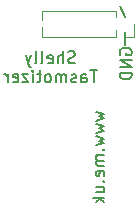
<source format=gbr>
%TF.GenerationSoftware,KiCad,Pcbnew,(6.0.1-0)*%
%TF.CreationDate,2022-02-07T08:59:29+00:00*%
%TF.ProjectId,Shelly,5368656c-6c79-42e6-9b69-6361645f7063,4*%
%TF.SameCoordinates,Original*%
%TF.FileFunction,Legend,Bot*%
%TF.FilePolarity,Positive*%
%FSLAX46Y46*%
G04 Gerber Fmt 4.6, Leading zero omitted, Abs format (unit mm)*
G04 Created by KiCad (PCBNEW (6.0.1-0)) date 2022-02-07 08:59:29*
%MOMM*%
%LPD*%
G01*
G04 APERTURE LIST*
%ADD10C,0.150000*%
%ADD11C,0.120000*%
G04 APERTURE END LIST*
D10*
X178371428Y-61899761D02*
X178228571Y-61947380D01*
X177990476Y-61947380D01*
X177895238Y-61899761D01*
X177847619Y-61852142D01*
X177800000Y-61756904D01*
X177800000Y-61661666D01*
X177847619Y-61566428D01*
X177895238Y-61518809D01*
X177990476Y-61471190D01*
X178180952Y-61423571D01*
X178276190Y-61375952D01*
X178323809Y-61328333D01*
X178371428Y-61233095D01*
X178371428Y-61137857D01*
X178323809Y-61042619D01*
X178276190Y-60995000D01*
X178180952Y-60947380D01*
X177942857Y-60947380D01*
X177800000Y-60995000D01*
X177371428Y-61947380D02*
X177371428Y-60947380D01*
X176942857Y-61947380D02*
X176942857Y-61423571D01*
X176990476Y-61328333D01*
X177085714Y-61280714D01*
X177228571Y-61280714D01*
X177323809Y-61328333D01*
X177371428Y-61375952D01*
X176085714Y-61899761D02*
X176180952Y-61947380D01*
X176371428Y-61947380D01*
X176466666Y-61899761D01*
X176514285Y-61804523D01*
X176514285Y-61423571D01*
X176466666Y-61328333D01*
X176371428Y-61280714D01*
X176180952Y-61280714D01*
X176085714Y-61328333D01*
X176038095Y-61423571D01*
X176038095Y-61518809D01*
X176514285Y-61614047D01*
X175466666Y-61947380D02*
X175561904Y-61899761D01*
X175609523Y-61804523D01*
X175609523Y-60947380D01*
X174942857Y-61947380D02*
X175038095Y-61899761D01*
X175085714Y-61804523D01*
X175085714Y-60947380D01*
X174657142Y-61280714D02*
X174419047Y-61947380D01*
X174180952Y-61280714D02*
X174419047Y-61947380D01*
X174514285Y-62185476D01*
X174561904Y-62233095D01*
X174657142Y-62280714D01*
X180228571Y-62557380D02*
X179657142Y-62557380D01*
X179942857Y-63557380D02*
X179942857Y-62557380D01*
X178895238Y-63557380D02*
X178895238Y-63033571D01*
X178942857Y-62938333D01*
X179038095Y-62890714D01*
X179228571Y-62890714D01*
X179323809Y-62938333D01*
X178895238Y-63509761D02*
X178990476Y-63557380D01*
X179228571Y-63557380D01*
X179323809Y-63509761D01*
X179371428Y-63414523D01*
X179371428Y-63319285D01*
X179323809Y-63224047D01*
X179228571Y-63176428D01*
X178990476Y-63176428D01*
X178895238Y-63128809D01*
X178466666Y-63509761D02*
X178371428Y-63557380D01*
X178180952Y-63557380D01*
X178085714Y-63509761D01*
X178038095Y-63414523D01*
X178038095Y-63366904D01*
X178085714Y-63271666D01*
X178180952Y-63224047D01*
X178323809Y-63224047D01*
X178419047Y-63176428D01*
X178466666Y-63081190D01*
X178466666Y-63033571D01*
X178419047Y-62938333D01*
X178323809Y-62890714D01*
X178180952Y-62890714D01*
X178085714Y-62938333D01*
X177609523Y-63557380D02*
X177609523Y-62890714D01*
X177609523Y-62985952D02*
X177561904Y-62938333D01*
X177466666Y-62890714D01*
X177323809Y-62890714D01*
X177228571Y-62938333D01*
X177180952Y-63033571D01*
X177180952Y-63557380D01*
X177180952Y-63033571D02*
X177133333Y-62938333D01*
X177038095Y-62890714D01*
X176895238Y-62890714D01*
X176800000Y-62938333D01*
X176752380Y-63033571D01*
X176752380Y-63557380D01*
X176133333Y-63557380D02*
X176228571Y-63509761D01*
X176276190Y-63462142D01*
X176323809Y-63366904D01*
X176323809Y-63081190D01*
X176276190Y-62985952D01*
X176228571Y-62938333D01*
X176133333Y-62890714D01*
X175990476Y-62890714D01*
X175895238Y-62938333D01*
X175847619Y-62985952D01*
X175800000Y-63081190D01*
X175800000Y-63366904D01*
X175847619Y-63462142D01*
X175895238Y-63509761D01*
X175990476Y-63557380D01*
X176133333Y-63557380D01*
X175514285Y-62890714D02*
X175133333Y-62890714D01*
X175371428Y-62557380D02*
X175371428Y-63414523D01*
X175323809Y-63509761D01*
X175228571Y-63557380D01*
X175133333Y-63557380D01*
X174800000Y-63557380D02*
X174800000Y-62890714D01*
X174800000Y-62557380D02*
X174847619Y-62605000D01*
X174800000Y-62652619D01*
X174752380Y-62605000D01*
X174800000Y-62557380D01*
X174800000Y-62652619D01*
X174419047Y-62890714D02*
X173895238Y-62890714D01*
X174419047Y-63557380D01*
X173895238Y-63557380D01*
X173133333Y-63509761D02*
X173228571Y-63557380D01*
X173419047Y-63557380D01*
X173514285Y-63509761D01*
X173561904Y-63414523D01*
X173561904Y-63033571D01*
X173514285Y-62938333D01*
X173419047Y-62890714D01*
X173228571Y-62890714D01*
X173133333Y-62938333D01*
X173085714Y-63033571D01*
X173085714Y-63128809D01*
X173561904Y-63224047D01*
X172657142Y-63557380D02*
X172657142Y-62890714D01*
X172657142Y-63081190D02*
X172609523Y-62985952D01*
X172561904Y-62938333D01*
X172466666Y-62890714D01*
X172371428Y-62890714D01*
X182600000Y-59300000D02*
X182600000Y-60400000D01*
X182200000Y-57100000D02*
X182600000Y-58000000D01*
X180185714Y-66042857D02*
X180852380Y-66233333D01*
X180376190Y-66423809D01*
X180852380Y-66614285D01*
X180185714Y-66804761D01*
X180185714Y-67090476D02*
X180852380Y-67280952D01*
X180376190Y-67471428D01*
X180852380Y-67661904D01*
X180185714Y-67852380D01*
X180185714Y-68138095D02*
X180852380Y-68328571D01*
X180376190Y-68519047D01*
X180852380Y-68709523D01*
X180185714Y-68900000D01*
X180757142Y-69280952D02*
X180804761Y-69328571D01*
X180852380Y-69280952D01*
X180804761Y-69233333D01*
X180757142Y-69280952D01*
X180852380Y-69280952D01*
X180852380Y-69757142D02*
X180185714Y-69757142D01*
X180280952Y-69757142D02*
X180233333Y-69804761D01*
X180185714Y-69900000D01*
X180185714Y-70042857D01*
X180233333Y-70138095D01*
X180328571Y-70185714D01*
X180852380Y-70185714D01*
X180328571Y-70185714D02*
X180233333Y-70233333D01*
X180185714Y-70328571D01*
X180185714Y-70471428D01*
X180233333Y-70566666D01*
X180328571Y-70614285D01*
X180852380Y-70614285D01*
X180804761Y-71471428D02*
X180852380Y-71376190D01*
X180852380Y-71185714D01*
X180804761Y-71090476D01*
X180709523Y-71042857D01*
X180328571Y-71042857D01*
X180233333Y-71090476D01*
X180185714Y-71185714D01*
X180185714Y-71376190D01*
X180233333Y-71471428D01*
X180328571Y-71519047D01*
X180423809Y-71519047D01*
X180519047Y-71042857D01*
X180757142Y-71947619D02*
X180804761Y-71995238D01*
X180852380Y-71947619D01*
X180804761Y-71900000D01*
X180757142Y-71947619D01*
X180852380Y-71947619D01*
X180185714Y-72852380D02*
X180852380Y-72852380D01*
X180185714Y-72423809D02*
X180709523Y-72423809D01*
X180804761Y-72471428D01*
X180852380Y-72566666D01*
X180852380Y-72709523D01*
X180804761Y-72804761D01*
X180757142Y-72852380D01*
X180852380Y-73328571D02*
X179852380Y-73328571D01*
X180471428Y-73423809D02*
X180852380Y-73709523D01*
X180185714Y-73709523D02*
X180566666Y-73328571D01*
X182200000Y-61216785D02*
X182152380Y-61121547D01*
X182152380Y-60978690D01*
X182200000Y-60835833D01*
X182295238Y-60740595D01*
X182390476Y-60692976D01*
X182580952Y-60645357D01*
X182723809Y-60645357D01*
X182914285Y-60692976D01*
X183009523Y-60740595D01*
X183104761Y-60835833D01*
X183152380Y-60978690D01*
X183152380Y-61073928D01*
X183104761Y-61216785D01*
X183057142Y-61264404D01*
X182723809Y-61264404D01*
X182723809Y-61073928D01*
X183152380Y-61692976D02*
X182152380Y-61692976D01*
X183152380Y-62264404D01*
X182152380Y-62264404D01*
X183152380Y-62740595D02*
X182152380Y-62740595D01*
X182152380Y-62978690D01*
X182200000Y-63121547D01*
X182295238Y-63216785D01*
X182390476Y-63264404D01*
X182580952Y-63312023D01*
X182723809Y-63312023D01*
X182914285Y-63264404D01*
X183009523Y-63216785D01*
X183104761Y-63121547D01*
X183152380Y-62978690D01*
X183152380Y-62740595D01*
D11*
%TO.C,J2*%
X183360000Y-59710000D02*
X183360000Y-58600000D01*
X181840000Y-59710000D02*
X175555000Y-59710000D01*
X181840000Y-57490000D02*
X175555000Y-57490000D01*
X181840000Y-59710000D02*
X181840000Y-59163471D01*
X175555000Y-58292470D02*
X175555000Y-57490000D01*
X182600000Y-59710000D02*
X183360000Y-59710000D01*
X175555000Y-59710000D02*
X175555000Y-58907530D01*
X181840000Y-58036529D02*
X181840000Y-57490000D01*
%TD*%
M02*

</source>
